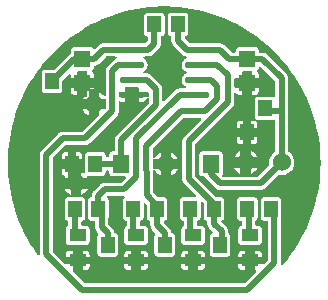
<source format=gtl>
G04 Layer: TopLayer*
G04 EasyEDA v6.5.34, 2023-09-03 14:00:07*
G04 0d370e9aff9448ea9080f85309a0253c,ed70181f279245e6aff80281ee7dc86a,10*
G04 Gerber Generator version 0.2*
G04 Scale: 100 percent, Rotated: No, Reflected: No *
G04 Dimensions in millimeters *
G04 leading zeros omitted , absolute positions ,4 integer and 5 decimal *
%FSLAX45Y45*%
%MOMM*%

%AMMACRO1*21,1,$1,$2,0,0,$3*%
%ADD10C,0.5000*%
%ADD11MACRO1,1.377X1.1325X90.0000*%
%ADD12O,2.0450048X0.58801*%
%ADD13MACRO1,1.35X1.41X0.0000*%
%ADD14R,1.3500X1.4100*%
%ADD15R,1.3970X1.0160*%
%ADD16R,1.4000X1.5000*%
%ADD17C,1.5240*%
%ADD18C,0.0132*%

%LPD*%
G36*
X4332478Y3979824D02*
G01*
X4328617Y3980586D01*
X4325315Y3982770D01*
X4228947Y4079189D01*
X4226712Y4082491D01*
X4225950Y4086351D01*
X4225950Y4141419D01*
X4170883Y4141419D01*
X4166971Y4142232D01*
X4163669Y4144416D01*
X4058970Y4249115D01*
X4056786Y4252417D01*
X4056024Y4256278D01*
X4056024Y5040122D01*
X4056786Y5043982D01*
X4058970Y5047284D01*
X4160215Y5148529D01*
X4163517Y5150713D01*
X4167378Y5151475D01*
X4330496Y5151475D01*
X4335526Y5151729D01*
X4340352Y5152339D01*
X4345076Y5153406D01*
X4349699Y5154828D01*
X4354169Y5156708D01*
X4358436Y5158943D01*
X4362551Y5161534D01*
X4366361Y5164480D01*
X4370120Y5167884D01*
X4598416Y5396179D01*
X4601819Y5399938D01*
X4604766Y5403748D01*
X4607356Y5407863D01*
X4609592Y5412130D01*
X4611471Y5416600D01*
X4612894Y5421223D01*
X4613960Y5425948D01*
X4614570Y5430774D01*
X4614824Y5435803D01*
X4614824Y5511647D01*
X4615586Y5515559D01*
X4617821Y5518912D01*
X4621174Y5521096D01*
X4625136Y5521807D01*
X4629048Y5520944D01*
X4634280Y5518658D01*
X4643831Y5516219D01*
X4654143Y5515406D01*
X4669078Y5515406D01*
X4669078Y5554268D01*
X4624984Y5554268D01*
X4621072Y5555030D01*
X4617770Y5557215D01*
X4615586Y5560517D01*
X4614824Y5564428D01*
X4614824Y5586171D01*
X4615586Y5590082D01*
X4617770Y5593384D01*
X4621072Y5595569D01*
X4624984Y5596331D01*
X4669078Y5596331D01*
X4669078Y5632246D01*
X4669840Y5636107D01*
X4672025Y5639409D01*
X4675327Y5641594D01*
X4679238Y5642406D01*
X4773879Y5642406D01*
X4777740Y5641594D01*
X4781042Y5639409D01*
X4783226Y5636107D01*
X4784039Y5632246D01*
X4784039Y5596331D01*
X4861915Y5596331D01*
X4865827Y5595569D01*
X4869129Y5593384D01*
X4871313Y5590082D01*
X4872075Y5586171D01*
X4872075Y5564428D01*
X4871313Y5560517D01*
X4869129Y5557215D01*
X4865827Y5555030D01*
X4861915Y5554268D01*
X4784039Y5554268D01*
X4784039Y5515406D01*
X4798974Y5515406D01*
X4809236Y5516219D01*
X4818837Y5518658D01*
X4827879Y5522620D01*
X4836160Y5528056D01*
X4843424Y5534761D01*
X4849520Y5542534D01*
X4852974Y5548985D01*
X4855921Y5552338D01*
X4859985Y5554116D01*
X4864404Y5553964D01*
X4868367Y5551982D01*
X4871110Y5548477D01*
X4872075Y5544159D01*
X4872075Y5513578D01*
X4871313Y5509717D01*
X4869129Y5506415D01*
X4597400Y5234736D01*
X4593996Y5230977D01*
X4591050Y5227167D01*
X4588459Y5223052D01*
X4586224Y5218785D01*
X4584344Y5214315D01*
X4582922Y5209692D01*
X4581855Y5204968D01*
X4581245Y5200142D01*
X4580991Y5195112D01*
X4580991Y5106771D01*
X4580229Y5102860D01*
X4578045Y5099558D01*
X4574743Y5097373D01*
X4570831Y5096611D01*
X4567021Y5096611D01*
X4560570Y5095951D01*
X4554829Y5094224D01*
X4549597Y5091430D01*
X4544974Y5087620D01*
X4541164Y5082997D01*
X4538370Y5077764D01*
X4536643Y5072024D01*
X4535982Y5065572D01*
X4535982Y5056784D01*
X4535220Y5052872D01*
X4533036Y5049570D01*
X4529734Y5047386D01*
X4525822Y5046624D01*
X4515307Y5046624D01*
X4511395Y5047386D01*
X4508093Y5049570D01*
X4505909Y5052872D01*
X4505147Y5056784D01*
X4505147Y5059426D01*
X4504486Y5065877D01*
X4502759Y5071618D01*
X4499965Y5076850D01*
X4496155Y5081473D01*
X4491532Y5085283D01*
X4486300Y5088077D01*
X4480560Y5089804D01*
X4474108Y5090464D01*
X4361891Y5090464D01*
X4355439Y5089804D01*
X4349699Y5088077D01*
X4344466Y5085283D01*
X4339844Y5081473D01*
X4336034Y5076850D01*
X4333240Y5071618D01*
X4331512Y5065877D01*
X4330852Y5059426D01*
X4330852Y4922266D01*
X4329938Y4918049D01*
X4327398Y4914595D01*
X4323638Y4912512D01*
X4319371Y4912156D01*
X4315307Y4913630D01*
X4309922Y4917033D01*
X4307332Y4919268D01*
X4305706Y4922266D01*
X4305147Y4925618D01*
X4305147Y4950307D01*
X4279341Y4950307D01*
X4288028Y4948529D01*
X4292041Y4947158D01*
X4295648Y4945024D01*
X4298086Y4941620D01*
X4298950Y4937506D01*
X4298950Y4870450D01*
X4351274Y4870450D01*
X4347768Y4877511D01*
X4346752Y4881676D01*
X4347514Y4885893D01*
X4349953Y4889449D01*
X4353610Y4891633D01*
X4357878Y4892141D01*
X4361891Y4891735D01*
X4474108Y4891735D01*
X4480560Y4892395D01*
X4486300Y4894122D01*
X4491532Y4896916D01*
X4496155Y4900726D01*
X4499965Y4905349D01*
X4502759Y4910582D01*
X4504486Y4916322D01*
X4505147Y4922723D01*
X4505147Y4925415D01*
X4505909Y4929327D01*
X4508093Y4932629D01*
X4511395Y4934813D01*
X4515307Y4935575D01*
X4525822Y4935575D01*
X4529734Y4934813D01*
X4533036Y4932629D01*
X4535220Y4929327D01*
X4535982Y4925415D01*
X4535982Y4916576D01*
X4536643Y4910175D01*
X4538370Y4904435D01*
X4541164Y4899152D01*
X4544974Y4894580D01*
X4549597Y4890770D01*
X4554829Y4887976D01*
X4560570Y4886198D01*
X4567021Y4885588D01*
X4668266Y4885588D01*
X4672126Y4884826D01*
X4675428Y4882591D01*
X4677664Y4879340D01*
X4678426Y4875428D01*
X4677664Y4871516D01*
X4675428Y4868265D01*
X4640884Y4833670D01*
X4637582Y4831486D01*
X4633722Y4830724D01*
X4496003Y4830724D01*
X4490974Y4830470D01*
X4486148Y4829860D01*
X4481423Y4828794D01*
X4476800Y4827371D01*
X4472330Y4825492D01*
X4468063Y4823256D01*
X4463948Y4820666D01*
X4460138Y4817719D01*
X4456379Y4814316D01*
X4404360Y4762296D01*
X4400956Y4758537D01*
X4398010Y4754727D01*
X4395419Y4750612D01*
X4393184Y4746345D01*
X4391304Y4741875D01*
X4389882Y4737252D01*
X4388815Y4732528D01*
X4388205Y4727803D01*
X4387951Y4718253D01*
X4386986Y4714189D01*
X4384446Y4710836D01*
X4380738Y4708804D01*
X4375099Y4707077D01*
X4369866Y4704283D01*
X4365244Y4700473D01*
X4361434Y4695850D01*
X4358640Y4690618D01*
X4356912Y4684877D01*
X4356252Y4678426D01*
X4356252Y4541723D01*
X4356912Y4535322D01*
X4358640Y4529582D01*
X4361434Y4524349D01*
X4365244Y4519726D01*
X4369866Y4515916D01*
X4375099Y4513122D01*
X4380839Y4511395D01*
X4387291Y4510735D01*
X4404715Y4510735D01*
X4408627Y4509973D01*
X4411929Y4507788D01*
X4414113Y4504486D01*
X4414875Y4500575D01*
X4414875Y4457903D01*
X4415129Y4452874D01*
X4415739Y4448048D01*
X4416806Y4443323D01*
X4418228Y4438700D01*
X4420108Y4434230D01*
X4422343Y4429963D01*
X4424934Y4425848D01*
X4427880Y4422038D01*
X4431284Y4418279D01*
X4441444Y4408170D01*
X4443526Y4405122D01*
X4444390Y4401464D01*
X4443882Y4397806D01*
X4442104Y4394555D01*
X4439259Y4391050D01*
X4436414Y4385818D01*
X4434687Y4380077D01*
X4434078Y4373626D01*
X4434078Y4236923D01*
X4434687Y4230522D01*
X4436414Y4224782D01*
X4439259Y4219549D01*
X4443018Y4214926D01*
X4447641Y4211116D01*
X4452924Y4208322D01*
X4458614Y4206595D01*
X4465066Y4205935D01*
X4577334Y4205935D01*
X4583785Y4206595D01*
X4589475Y4208322D01*
X4594758Y4211116D01*
X4599381Y4214926D01*
X4603140Y4219549D01*
X4605985Y4224782D01*
X4607712Y4230522D01*
X4608322Y4236923D01*
X4608322Y4373626D01*
X4607712Y4380077D01*
X4605985Y4385818D01*
X4603140Y4391050D01*
X4599381Y4395673D01*
X4594758Y4399483D01*
X4589475Y4402277D01*
X4583430Y4404106D01*
X4580026Y4405934D01*
X4577486Y4408932D01*
X4576318Y4412640D01*
X4575860Y4416602D01*
X4574794Y4421276D01*
X4573371Y4425899D01*
X4571492Y4430369D01*
X4569256Y4434636D01*
X4566666Y4438751D01*
X4563719Y4442561D01*
X4560316Y4446320D01*
X4528870Y4477715D01*
X4526686Y4481017D01*
X4525924Y4484878D01*
X4525924Y4522825D01*
X4526229Y4525264D01*
X4528159Y4529582D01*
X4529886Y4535322D01*
X4530547Y4541723D01*
X4530547Y4678426D01*
X4529886Y4684877D01*
X4528159Y4690618D01*
X4525365Y4695850D01*
X4521555Y4700473D01*
X4520133Y4701692D01*
X4517542Y4704892D01*
X4516424Y4708855D01*
X4516983Y4712970D01*
X4519168Y4716475D01*
X4522520Y4718862D01*
X4526584Y4719675D01*
X4655515Y4719675D01*
X4659579Y4718862D01*
X4662932Y4716475D01*
X4665116Y4712970D01*
X4665675Y4708855D01*
X4664557Y4704892D01*
X4661966Y4701692D01*
X4660544Y4700473D01*
X4656734Y4695850D01*
X4653940Y4690618D01*
X4652213Y4684877D01*
X4651552Y4678426D01*
X4651552Y4541723D01*
X4652213Y4535322D01*
X4653940Y4529582D01*
X4656734Y4524349D01*
X4660544Y4519726D01*
X4665167Y4515916D01*
X4670399Y4513122D01*
X4675987Y4511395D01*
X4679746Y4509312D01*
X4682286Y4505909D01*
X4683201Y4501692D01*
X4683201Y4472736D01*
X4682540Y4469180D01*
X4680661Y4466031D01*
X4677816Y4463796D01*
X4675733Y4462678D01*
X4671161Y4458868D01*
X4667351Y4454296D01*
X4664557Y4449013D01*
X4662779Y4443272D01*
X4662170Y4436872D01*
X4662170Y4336237D01*
X4662779Y4329836D01*
X4664557Y4324096D01*
X4667351Y4318812D01*
X4671161Y4314240D01*
X4675733Y4310430D01*
X4681016Y4307636D01*
X4686757Y4305858D01*
X4693158Y4305249D01*
X4831892Y4305249D01*
X4838293Y4305858D01*
X4844034Y4307636D01*
X4849317Y4310430D01*
X4853889Y4314240D01*
X4857699Y4318812D01*
X4860493Y4324096D01*
X4862271Y4329836D01*
X4862880Y4336237D01*
X4862880Y4436872D01*
X4862271Y4443272D01*
X4860493Y4449013D01*
X4857699Y4454296D01*
X4853889Y4458868D01*
X4849317Y4462678D01*
X4844034Y4465472D01*
X4838293Y4467250D01*
X4831892Y4467860D01*
X4804359Y4467860D01*
X4800498Y4468622D01*
X4797196Y4470857D01*
X4794961Y4474159D01*
X4794199Y4478020D01*
X4794199Y4501692D01*
X4795113Y4505909D01*
X4797653Y4509363D01*
X4801412Y4511446D01*
X4807000Y4513122D01*
X4812233Y4515916D01*
X4816856Y4519726D01*
X4820666Y4524349D01*
X4823460Y4529582D01*
X4825187Y4535322D01*
X4825847Y4541723D01*
X4825847Y4646930D01*
X4826609Y4650841D01*
X4828794Y4654143D01*
X4832096Y4656328D01*
X4836007Y4657090D01*
X4839868Y4656328D01*
X4843170Y4654143D01*
X4848606Y4648708D01*
X4850790Y4645406D01*
X4851552Y4641545D01*
X4851552Y4541723D01*
X4852212Y4535322D01*
X4853940Y4529582D01*
X4856734Y4524349D01*
X4860544Y4519726D01*
X4865166Y4515916D01*
X4870399Y4513122D01*
X4876038Y4511395D01*
X4879797Y4509312D01*
X4882388Y4505858D01*
X4883251Y4501692D01*
X4883251Y4472127D01*
X4883505Y4467098D01*
X4884115Y4462272D01*
X4885182Y4457547D01*
X4886604Y4452924D01*
X4888484Y4448454D01*
X4890719Y4444187D01*
X4893310Y4440072D01*
X4896256Y4436262D01*
X4899660Y4432503D01*
X4924044Y4408170D01*
X4926126Y4405122D01*
X4926990Y4401464D01*
X4926482Y4397806D01*
X4924704Y4394555D01*
X4921859Y4391050D01*
X4919014Y4385818D01*
X4917287Y4380077D01*
X4916678Y4373626D01*
X4916678Y4236923D01*
X4917287Y4230522D01*
X4919014Y4224782D01*
X4921859Y4219549D01*
X4925618Y4214926D01*
X4930241Y4211116D01*
X4935524Y4208322D01*
X4941214Y4206595D01*
X4947666Y4205935D01*
X5059934Y4205935D01*
X5066385Y4206595D01*
X5072075Y4208322D01*
X5077358Y4211116D01*
X5081981Y4214926D01*
X5085740Y4219549D01*
X5088585Y4224782D01*
X5090312Y4230522D01*
X5090922Y4236923D01*
X5090922Y4373626D01*
X5090312Y4380077D01*
X5088585Y4385818D01*
X5085740Y4391050D01*
X5081981Y4395673D01*
X5077358Y4399483D01*
X5072075Y4402277D01*
X5066030Y4404106D01*
X5062626Y4405934D01*
X5060086Y4408932D01*
X5058918Y4412640D01*
X5058460Y4416602D01*
X5057394Y4421276D01*
X5055971Y4425899D01*
X5054092Y4430369D01*
X5051856Y4434636D01*
X5049266Y4438751D01*
X5046319Y4442561D01*
X5042916Y4446320D01*
X4997246Y4491939D01*
X4995062Y4495241D01*
X4994300Y4499102D01*
X4994300Y4501743D01*
X4995214Y4505909D01*
X4997754Y4509363D01*
X5001514Y4511446D01*
X5007000Y4513122D01*
X5012232Y4515916D01*
X5016855Y4519726D01*
X5020665Y4524349D01*
X5023459Y4529582D01*
X5025186Y4535322D01*
X5025847Y4541723D01*
X5025847Y4678426D01*
X5025186Y4684877D01*
X5023459Y4690618D01*
X5020665Y4695850D01*
X5016855Y4700473D01*
X5012232Y4704283D01*
X5007000Y4707077D01*
X5001260Y4708804D01*
X4994808Y4709464D01*
X4949037Y4709464D01*
X4945176Y4710226D01*
X4941874Y4712411D01*
X4909769Y4744516D01*
X4907584Y4747818D01*
X4906822Y4751679D01*
X4906162Y4931105D01*
X4907026Y4935270D01*
X4909616Y4938776D01*
X4913325Y4940858D01*
X4917643Y4941214D01*
X4921656Y4939741D01*
X4924755Y4936794D01*
X4931867Y4926177D01*
X4941062Y4915662D01*
X4951577Y4906467D01*
X4963160Y4898694D01*
X4972050Y4894326D01*
X4972050Y4946650D01*
X4916220Y4946650D01*
X4912360Y4947412D01*
X4909058Y4949596D01*
X4906822Y4952898D01*
X4906060Y4956759D01*
X4905806Y5025339D01*
X4906568Y5029250D01*
X4908753Y5032552D01*
X4912055Y5034788D01*
X4915966Y5035550D01*
X4972050Y5035550D01*
X4972050Y5087874D01*
X4963160Y5083505D01*
X4951577Y5075732D01*
X4941062Y5066538D01*
X4931867Y5056022D01*
X4924348Y5044795D01*
X4921250Y5041798D01*
X4917236Y5040325D01*
X4912969Y5040680D01*
X4909210Y5042763D01*
X4906619Y5046218D01*
X4905705Y5050383D01*
X4905502Y5116271D01*
X4906264Y5120182D01*
X4908499Y5123484D01*
X5163413Y5377129D01*
X5166715Y5379313D01*
X5170576Y5380075D01*
X5302453Y5380075D01*
X5306364Y5379313D01*
X5309666Y5377129D01*
X5311851Y5373827D01*
X5312613Y5369915D01*
X5311851Y5366054D01*
X5309666Y5362752D01*
X5167884Y5221020D01*
X5164480Y5217261D01*
X5161534Y5213451D01*
X5158943Y5209336D01*
X5156708Y5205069D01*
X5154828Y5200599D01*
X5153406Y5195976D01*
X5152339Y5191252D01*
X5151729Y5186426D01*
X5151475Y5181396D01*
X5151475Y4864303D01*
X5151729Y4859274D01*
X5152339Y4854448D01*
X5153406Y4849723D01*
X5154828Y4845100D01*
X5156708Y4840630D01*
X5158943Y4836363D01*
X5161534Y4832248D01*
X5164480Y4828438D01*
X5167884Y4824679D01*
X5265775Y4726787D01*
X5268010Y4723485D01*
X5268772Y4719624D01*
X5268010Y4715713D01*
X5265775Y4712411D01*
X5262524Y4710226D01*
X5258612Y4709464D01*
X5165191Y4709464D01*
X5158740Y4708804D01*
X5152999Y4707077D01*
X5147767Y4704283D01*
X5143144Y4700473D01*
X5139334Y4695850D01*
X5136540Y4690618D01*
X5134813Y4684877D01*
X5134152Y4678426D01*
X5134152Y4541723D01*
X5134813Y4535322D01*
X5136540Y4529582D01*
X5139334Y4524349D01*
X5143144Y4519726D01*
X5147767Y4515916D01*
X5152999Y4513122D01*
X5158587Y4511395D01*
X5162346Y4509312D01*
X5164886Y4505909D01*
X5165801Y4501692D01*
X5165801Y4472736D01*
X5165140Y4469180D01*
X5163261Y4466031D01*
X5160416Y4463796D01*
X5158333Y4462678D01*
X5153761Y4458868D01*
X5149951Y4454296D01*
X5147157Y4449013D01*
X5145379Y4443272D01*
X5144770Y4436872D01*
X5144770Y4336237D01*
X5145379Y4329836D01*
X5147157Y4324096D01*
X5149951Y4318812D01*
X5153761Y4314240D01*
X5158333Y4310430D01*
X5163616Y4307636D01*
X5169357Y4305858D01*
X5175758Y4305249D01*
X5314492Y4305249D01*
X5320893Y4305858D01*
X5326634Y4307636D01*
X5331917Y4310430D01*
X5336489Y4314240D01*
X5340299Y4318812D01*
X5343093Y4324096D01*
X5344871Y4329836D01*
X5345480Y4336237D01*
X5345480Y4436872D01*
X5344871Y4443272D01*
X5343093Y4449013D01*
X5340299Y4454296D01*
X5336489Y4458868D01*
X5331917Y4462678D01*
X5326634Y4465472D01*
X5320893Y4467250D01*
X5314492Y4467860D01*
X5286959Y4467860D01*
X5283098Y4468622D01*
X5279796Y4470857D01*
X5277561Y4474159D01*
X5276799Y4478020D01*
X5276799Y4501692D01*
X5277713Y4505909D01*
X5280253Y4509363D01*
X5284012Y4511446D01*
X5289600Y4513122D01*
X5294833Y4515916D01*
X5299456Y4519726D01*
X5303266Y4524349D01*
X5306060Y4529582D01*
X5307787Y4535322D01*
X5308447Y4541723D01*
X5308447Y4659630D01*
X5309209Y4663541D01*
X5311394Y4666843D01*
X5314696Y4669028D01*
X5318607Y4669790D01*
X5322468Y4669028D01*
X5325770Y4666843D01*
X5331206Y4661408D01*
X5333390Y4658106D01*
X5334152Y4654245D01*
X5334152Y4541723D01*
X5334812Y4535322D01*
X5336540Y4529582D01*
X5339334Y4524349D01*
X5343144Y4519726D01*
X5347766Y4515916D01*
X5352999Y4513122D01*
X5358638Y4511395D01*
X5362397Y4509312D01*
X5364988Y4505858D01*
X5365851Y4501692D01*
X5365851Y4484827D01*
X5366105Y4479798D01*
X5366715Y4474972D01*
X5367782Y4470247D01*
X5369204Y4465624D01*
X5371084Y4461154D01*
X5373319Y4456887D01*
X5375910Y4452772D01*
X5378856Y4448962D01*
X5382260Y4445203D01*
X5408625Y4418888D01*
X5410758Y4415739D01*
X5411622Y4412081D01*
X5411063Y4408373D01*
X5409184Y4405071D01*
X5406237Y4402734D01*
X5400141Y4399483D01*
X5395518Y4395673D01*
X5391759Y4391050D01*
X5388914Y4385818D01*
X5387187Y4380077D01*
X5386578Y4373626D01*
X5386578Y4236923D01*
X5387187Y4230522D01*
X5388914Y4224782D01*
X5391759Y4219549D01*
X5395518Y4214926D01*
X5400141Y4211116D01*
X5405424Y4208322D01*
X5411114Y4206595D01*
X5417566Y4205935D01*
X5529834Y4205935D01*
X5536285Y4206595D01*
X5541975Y4208322D01*
X5547258Y4211116D01*
X5551881Y4214926D01*
X5555640Y4219549D01*
X5558485Y4224782D01*
X5560212Y4230522D01*
X5560822Y4236923D01*
X5560822Y4373626D01*
X5560212Y4380077D01*
X5558485Y4385818D01*
X5555640Y4391050D01*
X5551881Y4395673D01*
X5544413Y4401718D01*
X5542534Y4404868D01*
X5541924Y4408424D01*
X5541924Y4419396D01*
X5541670Y4424426D01*
X5541060Y4429252D01*
X5539994Y4433976D01*
X5538571Y4438599D01*
X5536692Y4443069D01*
X5534456Y4447336D01*
X5531866Y4451451D01*
X5528919Y4455261D01*
X5525516Y4459020D01*
X5487416Y4497070D01*
X5485282Y4500219D01*
X5484469Y4503877D01*
X5484977Y4507585D01*
X5486857Y4510887D01*
X5489803Y4513224D01*
X5494832Y4515916D01*
X5499455Y4519726D01*
X5503265Y4524349D01*
X5506059Y4529582D01*
X5507786Y4535322D01*
X5508447Y4541723D01*
X5508447Y4678426D01*
X5507786Y4684877D01*
X5506059Y4690618D01*
X5503265Y4695850D01*
X5499455Y4700473D01*
X5494832Y4704283D01*
X5489600Y4707077D01*
X5483860Y4708804D01*
X5477408Y4709464D01*
X5444337Y4709464D01*
X5440476Y4710226D01*
X5437174Y4712411D01*
X5265470Y4884115D01*
X5263286Y4887417D01*
X5262524Y4891278D01*
X5262524Y5154422D01*
X5263286Y5158282D01*
X5265470Y5161584D01*
X5576316Y5472379D01*
X5579719Y5476138D01*
X5582666Y5479948D01*
X5585256Y5484063D01*
X5587492Y5488330D01*
X5589371Y5492800D01*
X5590794Y5497423D01*
X5591860Y5502148D01*
X5592470Y5506974D01*
X5592724Y5512003D01*
X5592724Y5583123D01*
X5593537Y5587136D01*
X5595924Y5590540D01*
X5599430Y5592673D01*
X5603544Y5593232D01*
X5607507Y5592165D01*
X5610707Y5589574D01*
X5613247Y5586476D01*
X5617870Y5582666D01*
X5623153Y5579872D01*
X5628843Y5578144D01*
X5635294Y5577484D01*
X5662218Y5577484D01*
X5662218Y5636920D01*
X5602884Y5636920D01*
X5598972Y5637682D01*
X5595670Y5639866D01*
X5593486Y5643168D01*
X5592724Y5647080D01*
X5592724Y5709920D01*
X5593486Y5713831D01*
X5595670Y5717133D01*
X5598972Y5719318D01*
X5602884Y5720080D01*
X5662218Y5720080D01*
X5662218Y5767324D01*
X5662980Y5771235D01*
X5665165Y5774537D01*
X5668467Y5776722D01*
X5672378Y5777484D01*
X5732221Y5777484D01*
X5736132Y5776722D01*
X5739434Y5774537D01*
X5741619Y5771235D01*
X5742381Y5767324D01*
X5742381Y5720080D01*
X5800293Y5720080D01*
X5800293Y5748477D01*
X5799683Y5754928D01*
X5797956Y5760669D01*
X5795111Y5765901D01*
X5788456Y5774131D01*
X5787491Y5778500D01*
X5788456Y5782868D01*
X5795111Y5791098D01*
X5797956Y5796330D01*
X5799683Y5802071D01*
X5800191Y5807252D01*
X5801258Y5810859D01*
X5803595Y5813856D01*
X5806897Y5815787D01*
X5810605Y5816396D01*
X5814314Y5815584D01*
X5817463Y5813399D01*
X5935929Y5694984D01*
X5938113Y5691682D01*
X5938875Y5687822D01*
X5938875Y5566460D01*
X5938062Y5562346D01*
X5935624Y5558993D01*
X5932068Y5556859D01*
X5927953Y5556300D01*
X5917285Y5559704D01*
X5910834Y5560364D01*
X5798566Y5560364D01*
X5792114Y5559704D01*
X5786424Y5557977D01*
X5781141Y5555183D01*
X5776518Y5551373D01*
X5772759Y5546750D01*
X5769914Y5541518D01*
X5768187Y5535777D01*
X5767578Y5529326D01*
X5767578Y5392623D01*
X5768187Y5386222D01*
X5769914Y5380482D01*
X5772759Y5375249D01*
X5774588Y5373014D01*
X5776468Y5369509D01*
X5776823Y5365546D01*
X5775706Y5361736D01*
X5773166Y5358688D01*
X5769660Y5356809D01*
X5765749Y5356453D01*
X5758434Y5357164D01*
X5736945Y5357164D01*
X5736945Y5298592D01*
X5789422Y5298592D01*
X5789422Y5326126D01*
X5788812Y5332577D01*
X5787085Y5338318D01*
X5784240Y5343550D01*
X5782411Y5345785D01*
X5780532Y5349290D01*
X5780176Y5353253D01*
X5781344Y5357063D01*
X5783834Y5360111D01*
X5787339Y5361990D01*
X5791250Y5362346D01*
X5798566Y5361635D01*
X5910834Y5361635D01*
X5917285Y5362295D01*
X5927953Y5365699D01*
X5932068Y5365140D01*
X5935624Y5363006D01*
X5938062Y5359654D01*
X5938875Y5355539D01*
X5938875Y5100167D01*
X5938367Y5096916D01*
X5936792Y5093970D01*
X5934354Y5091734D01*
X5929477Y5088432D01*
X5918962Y5079238D01*
X5909767Y5068722D01*
X5901994Y5057140D01*
X5895848Y5044643D01*
X5891326Y5031435D01*
X5888634Y5017719D01*
X5887720Y5003800D01*
X5888634Y4989880D01*
X5889802Y4984089D01*
X5889904Y4980736D01*
X5888939Y4977587D01*
X5887008Y4974894D01*
X5796584Y4884470D01*
X5793282Y4882286D01*
X5789422Y4881524D01*
X5500878Y4881524D01*
X5497017Y4882286D01*
X5492546Y4885639D01*
X5490464Y4888687D01*
X5489600Y4892243D01*
X5490057Y4895900D01*
X5494629Y4904435D01*
X5496356Y4910175D01*
X5497017Y4916576D01*
X5497017Y5065572D01*
X5496356Y5072024D01*
X5494629Y5077764D01*
X5491835Y5082997D01*
X5488025Y5087620D01*
X5483402Y5091430D01*
X5478170Y5094224D01*
X5472430Y5095951D01*
X5465978Y5096611D01*
X5326989Y5096611D01*
X5320538Y5095951D01*
X5314848Y5094224D01*
X5309565Y5091430D01*
X5304942Y5087620D01*
X5301183Y5082997D01*
X5298338Y5077764D01*
X5296611Y5072024D01*
X5296001Y5065572D01*
X5296001Y4916576D01*
X5296611Y4910175D01*
X5298338Y4904435D01*
X5301183Y4899152D01*
X5304942Y4894580D01*
X5309565Y4890770D01*
X5314848Y4887976D01*
X5320538Y4886198D01*
X5326989Y4885588D01*
X5336997Y4885588D01*
X5340604Y4884928D01*
X5343753Y4882997D01*
X5345988Y4880102D01*
X5348427Y4875479D01*
X5351018Y4871364D01*
X5353964Y4867554D01*
X5357368Y4863795D01*
X5434279Y4786884D01*
X5438038Y4783480D01*
X5441848Y4780534D01*
X5445963Y4777943D01*
X5450230Y4775708D01*
X5454700Y4773828D01*
X5459323Y4772406D01*
X5464048Y4771339D01*
X5468874Y4770729D01*
X5473903Y4770475D01*
X5816396Y4770475D01*
X5821426Y4770729D01*
X5826252Y4771339D01*
X5830976Y4772406D01*
X5835599Y4773828D01*
X5840069Y4775708D01*
X5844336Y4777943D01*
X5848451Y4780534D01*
X5852261Y4783480D01*
X5856020Y4786884D01*
X5965494Y4896408D01*
X5968187Y4898339D01*
X5971336Y4899304D01*
X5974689Y4899202D01*
X5980480Y4898034D01*
X5994400Y4897120D01*
X6008319Y4898034D01*
X6022035Y4900726D01*
X6035243Y4905248D01*
X6047740Y4911394D01*
X6059322Y4919167D01*
X6069838Y4928362D01*
X6079032Y4938877D01*
X6086805Y4950460D01*
X6092952Y4962956D01*
X6097473Y4976164D01*
X6100165Y4989880D01*
X6101080Y5003800D01*
X6100165Y5017719D01*
X6097473Y5031435D01*
X6092952Y5044643D01*
X6086805Y5057140D01*
X6079032Y5068722D01*
X6069838Y5079238D01*
X6059322Y5088432D01*
X6054445Y5091734D01*
X6052007Y5093970D01*
X6050432Y5096916D01*
X6049924Y5100167D01*
X6049924Y5714796D01*
X6049670Y5719826D01*
X6049060Y5724652D01*
X6047994Y5729376D01*
X6046571Y5733999D01*
X6044692Y5738469D01*
X6042456Y5742736D01*
X6039866Y5746851D01*
X6036919Y5750661D01*
X6033516Y5754420D01*
X5870295Y5917590D01*
X5866587Y5920994D01*
X5862726Y5923940D01*
X5858662Y5926582D01*
X5854344Y5928817D01*
X5849874Y5930646D01*
X5845251Y5932119D01*
X5840526Y5933135D01*
X5835751Y5933795D01*
X5830671Y5933998D01*
X5810453Y5933998D01*
X5806592Y5934760D01*
X5803290Y5936996D01*
X5801106Y5940298D01*
X5800293Y5944158D01*
X5800293Y5948527D01*
X5799683Y5954928D01*
X5797956Y5960668D01*
X5795111Y5965901D01*
X5791352Y5970524D01*
X5786729Y5974334D01*
X5781446Y5977128D01*
X5775756Y5978855D01*
X5769305Y5979515D01*
X5635294Y5979515D01*
X5628843Y5978855D01*
X5623153Y5977128D01*
X5617870Y5974334D01*
X5613247Y5970524D01*
X5609488Y5965901D01*
X5606643Y5960668D01*
X5604916Y5954928D01*
X5604306Y5948527D01*
X5604306Y5944158D01*
X5603494Y5940298D01*
X5601309Y5936996D01*
X5598007Y5934760D01*
X5594146Y5933998D01*
X5578703Y5933998D01*
X5574792Y5934760D01*
X5571540Y5936996D01*
X5513120Y5995416D01*
X5509361Y5998819D01*
X5505551Y6001766D01*
X5501436Y6004356D01*
X5497169Y6006592D01*
X5492699Y6008471D01*
X5488076Y6009894D01*
X5483352Y6010960D01*
X5478526Y6011570D01*
X5473496Y6011824D01*
X5378043Y6011824D01*
X5363768Y6015380D01*
X5353456Y6016193D01*
X5217109Y6016193D01*
X5213197Y6017006D01*
X5209895Y6019190D01*
X5174996Y6054140D01*
X5172760Y6057392D01*
X5171998Y6061303D01*
X5171998Y6063792D01*
X5172913Y6068009D01*
X5175453Y6071412D01*
X5179212Y6073495D01*
X5184800Y6075222D01*
X5190032Y6078016D01*
X5194655Y6081826D01*
X5198465Y6086449D01*
X5201259Y6091682D01*
X5202986Y6097422D01*
X5203647Y6103823D01*
X5203647Y6240526D01*
X5202986Y6246977D01*
X5201259Y6252718D01*
X5198465Y6257950D01*
X5194655Y6262573D01*
X5190032Y6266383D01*
X5184800Y6269177D01*
X5179060Y6270904D01*
X5172608Y6271564D01*
X5060391Y6271564D01*
X5053939Y6270904D01*
X5048199Y6269177D01*
X5042966Y6266383D01*
X5038344Y6262573D01*
X5034534Y6257950D01*
X5031740Y6252718D01*
X5030012Y6246977D01*
X5029352Y6240526D01*
X5029352Y6103823D01*
X5030012Y6097422D01*
X5031740Y6091682D01*
X5034534Y6086449D01*
X5038344Y6081826D01*
X5042966Y6078016D01*
X5048199Y6075222D01*
X5053787Y6073546D01*
X5057546Y6071463D01*
X5060086Y6068009D01*
X5061000Y6063792D01*
X5061000Y6034328D01*
X5061204Y6029248D01*
X5061864Y6024473D01*
X5062880Y6019749D01*
X5064353Y6015126D01*
X5066182Y6010656D01*
X5068417Y6006338D01*
X5071059Y6002274D01*
X5074005Y5998413D01*
X5077409Y5994704D01*
X5154879Y5917184D01*
X5158638Y5913780D01*
X5162448Y5910834D01*
X5166563Y5908243D01*
X5170830Y5906008D01*
X5175199Y5904179D01*
X5181498Y5902401D01*
X5185156Y5900470D01*
X5187746Y5897270D01*
X5188864Y5893308D01*
X5188305Y5889244D01*
X5186172Y5885688D01*
X5182819Y5883300D01*
X5179720Y5881979D01*
X5171440Y5876544D01*
X5164175Y5869838D01*
X5158079Y5862066D01*
X5153355Y5853328D01*
X5150154Y5843981D01*
X5148529Y5834227D01*
X5148529Y5824372D01*
X5150154Y5814618D01*
X5153355Y5805271D01*
X5158079Y5796534D01*
X5164175Y5788761D01*
X5171440Y5782056D01*
X5179720Y5776620D01*
X5183225Y5775096D01*
X5186426Y5772861D01*
X5188559Y5769610D01*
X5189270Y5765800D01*
X5188559Y5761990D01*
X5186426Y5758738D01*
X5183225Y5756503D01*
X5179720Y5754979D01*
X5171440Y5749544D01*
X5164175Y5742838D01*
X5158079Y5735066D01*
X5153355Y5726328D01*
X5150154Y5716981D01*
X5148529Y5707227D01*
X5148529Y5697372D01*
X5150154Y5687618D01*
X5153355Y5678271D01*
X5158079Y5669534D01*
X5164175Y5661761D01*
X5171440Y5655056D01*
X5179974Y5649468D01*
X5182971Y5646420D01*
X5184495Y5642356D01*
X5184140Y5638088D01*
X5182057Y5634278D01*
X5178602Y5631738D01*
X5174386Y5630824D01*
X5131003Y5630824D01*
X5125974Y5630570D01*
X5121148Y5629960D01*
X5116423Y5628894D01*
X5111800Y5627471D01*
X5107330Y5625592D01*
X5103063Y5623356D01*
X5098948Y5620766D01*
X5095138Y5617819D01*
X5091379Y5614416D01*
X5000447Y5523433D01*
X4997145Y5521248D01*
X4993284Y5520486D01*
X4989372Y5521248D01*
X4986070Y5523433D01*
X4983886Y5526735D01*
X4983124Y5530646D01*
X4983124Y5625896D01*
X4982870Y5630926D01*
X4982260Y5635752D01*
X4981194Y5640476D01*
X4979771Y5645099D01*
X4977892Y5649569D01*
X4975656Y5653836D01*
X4973066Y5657951D01*
X4970119Y5661761D01*
X4966716Y5665520D01*
X4890820Y5741416D01*
X4887061Y5744819D01*
X4883251Y5747766D01*
X4879136Y5750356D01*
X4874869Y5752592D01*
X4870399Y5754471D01*
X4865776Y5755894D01*
X4861052Y5756960D01*
X4856226Y5757570D01*
X4851196Y5757824D01*
X4833213Y5757824D01*
X4828997Y5758738D01*
X4825542Y5761278D01*
X4823460Y5765088D01*
X4823104Y5769356D01*
X4824628Y5773420D01*
X4827625Y5776468D01*
X4836160Y5782056D01*
X4843424Y5788761D01*
X4849520Y5796534D01*
X4854244Y5805271D01*
X4857445Y5814618D01*
X4859070Y5824372D01*
X4859070Y5834227D01*
X4857445Y5843981D01*
X4854244Y5853328D01*
X4849520Y5862066D01*
X4843424Y5869838D01*
X4836160Y5876544D01*
X4827625Y5882132D01*
X4824628Y5885180D01*
X4823104Y5889244D01*
X4823460Y5893511D01*
X4825542Y5897321D01*
X4828997Y5899861D01*
X4833213Y5900775D01*
X4863896Y5900775D01*
X4868926Y5901029D01*
X4873752Y5901639D01*
X4878476Y5902706D01*
X4883099Y5904128D01*
X4887569Y5906008D01*
X4891836Y5908243D01*
X4895951Y5910834D01*
X4899761Y5913780D01*
X4903520Y5917184D01*
X4955540Y5969203D01*
X4958943Y5972962D01*
X4961890Y5976772D01*
X4964480Y5980887D01*
X4966716Y5985154D01*
X4968595Y5989624D01*
X4970018Y5994247D01*
X4971084Y5998972D01*
X4971694Y6003798D01*
X4971948Y6008827D01*
X4971948Y6063792D01*
X4972862Y6067958D01*
X4975402Y6071412D01*
X4979162Y6073495D01*
X4984800Y6075222D01*
X4990033Y6078016D01*
X4994656Y6081826D01*
X4998466Y6086449D01*
X5001260Y6091682D01*
X5002987Y6097422D01*
X5003647Y6103823D01*
X5003647Y6240526D01*
X5002987Y6246977D01*
X5001260Y6252718D01*
X4998466Y6257950D01*
X4994656Y6262573D01*
X4990033Y6266383D01*
X4984800Y6269177D01*
X4979060Y6270904D01*
X4972608Y6271564D01*
X4860391Y6271564D01*
X4853940Y6270904D01*
X4848199Y6269177D01*
X4842967Y6266383D01*
X4838344Y6262573D01*
X4834534Y6257950D01*
X4831740Y6252718D01*
X4830013Y6246977D01*
X4829352Y6240526D01*
X4829352Y6103823D01*
X4830013Y6097422D01*
X4831740Y6091682D01*
X4834534Y6086449D01*
X4838344Y6081826D01*
X4842967Y6078016D01*
X4848199Y6075222D01*
X4853686Y6073546D01*
X4857445Y6071463D01*
X4860036Y6068009D01*
X4860899Y6063843D01*
X4860899Y6035802D01*
X4860137Y6031941D01*
X4857953Y6028639D01*
X4844084Y6014770D01*
X4840782Y6012586D01*
X4836922Y6011824D01*
X4823510Y6011824D01*
X4809236Y6015380D01*
X4798974Y6016193D01*
X4654143Y6016193D01*
X4643831Y6015380D01*
X4633671Y6012688D01*
X4629556Y6011824D01*
X4483303Y6011824D01*
X4478274Y6011570D01*
X4473448Y6010960D01*
X4468723Y6009894D01*
X4464100Y6008471D01*
X4459630Y6006592D01*
X4455363Y6004356D01*
X4451248Y6001766D01*
X4447438Y5998819D01*
X4443679Y5995416D01*
X4413300Y5964986D01*
X4409795Y5962700D01*
X4405630Y5962040D01*
X4401566Y5963107D01*
X4398264Y5965748D01*
X4394352Y5970524D01*
X4389729Y5974334D01*
X4384446Y5977128D01*
X4378756Y5978855D01*
X4372305Y5979515D01*
X4238294Y5979515D01*
X4231843Y5978855D01*
X4226153Y5977128D01*
X4220870Y5974334D01*
X4216247Y5970524D01*
X4212488Y5965901D01*
X4209643Y5960668D01*
X4207916Y5954928D01*
X4207306Y5948527D01*
X4207306Y5927953D01*
X4206392Y5923788D01*
X4203903Y5920384D01*
X4200753Y5917539D01*
X4075125Y5791911D01*
X4071823Y5789726D01*
X4067962Y5788964D01*
X3995165Y5788964D01*
X3988714Y5788304D01*
X3983024Y5786577D01*
X3977741Y5783783D01*
X3973118Y5779973D01*
X3969359Y5775350D01*
X3966514Y5770118D01*
X3964787Y5764377D01*
X3964178Y5757926D01*
X3964178Y5621223D01*
X3964787Y5614822D01*
X3966514Y5609082D01*
X3969359Y5603849D01*
X3973118Y5599226D01*
X3977741Y5595416D01*
X3983024Y5592622D01*
X3988714Y5590895D01*
X3995165Y5590235D01*
X4107434Y5590235D01*
X4113885Y5590895D01*
X4119575Y5592622D01*
X4124858Y5595416D01*
X4129481Y5599226D01*
X4133240Y5603849D01*
X4136085Y5609082D01*
X4137812Y5614822D01*
X4138422Y5621223D01*
X4138422Y5694019D01*
X4139234Y5697931D01*
X4141419Y5701233D01*
X4189933Y5749747D01*
X4193235Y5751931D01*
X4197146Y5752744D01*
X4201007Y5751931D01*
X4204309Y5749747D01*
X4206494Y5746445D01*
X4207306Y5742584D01*
X4207306Y5720080D01*
X4265218Y5720080D01*
X4265218Y5767324D01*
X4265980Y5771235D01*
X4268165Y5774537D01*
X4271467Y5776722D01*
X4275378Y5777484D01*
X4335221Y5777484D01*
X4339132Y5776722D01*
X4342434Y5774537D01*
X4344619Y5771235D01*
X4345381Y5767324D01*
X4345381Y5720080D01*
X4403293Y5720080D01*
X4403293Y5748477D01*
X4402683Y5754928D01*
X4400956Y5760669D01*
X4398111Y5765901D01*
X4391456Y5774131D01*
X4390491Y5778500D01*
X4391456Y5782868D01*
X4398111Y5791098D01*
X4400956Y5796330D01*
X4402683Y5802071D01*
X4403293Y5808522D01*
X4403293Y5813501D01*
X4404004Y5817158D01*
X4405934Y5820359D01*
X4408881Y5822594D01*
X4412488Y5823610D01*
X4415078Y5823864D01*
X4419650Y5824880D01*
X4424273Y5826353D01*
X4428744Y5828182D01*
X4433062Y5830417D01*
X4437126Y5833059D01*
X4440986Y5836005D01*
X4444695Y5839409D01*
X4503115Y5897829D01*
X4506417Y5900013D01*
X4510278Y5900775D01*
X4586732Y5900775D01*
X4590643Y5900013D01*
X4593894Y5897829D01*
X4596130Y5894527D01*
X4596892Y5890615D01*
X4596130Y5886754D01*
X4593894Y5883452D01*
X4590643Y5881268D01*
X4586630Y5879592D01*
X4582363Y5877356D01*
X4578248Y5874766D01*
X4574438Y5871819D01*
X4570679Y5868416D01*
X4520184Y5817920D01*
X4516780Y5814161D01*
X4513834Y5810351D01*
X4511243Y5806236D01*
X4509008Y5801969D01*
X4507128Y5797499D01*
X4505706Y5792876D01*
X4504639Y5788152D01*
X4504029Y5783326D01*
X4503775Y5778296D01*
X4503775Y5577078D01*
X4502962Y5573064D01*
X4500676Y5569712D01*
X4497222Y5567578D01*
X4493209Y5566918D01*
X4489246Y5567934D01*
X4485995Y5570372D01*
X4482338Y5574538D01*
X4471822Y5583732D01*
X4460240Y5591505D01*
X4451350Y5595874D01*
X4451350Y5543550D01*
X4493615Y5543550D01*
X4497527Y5542788D01*
X4500829Y5540552D01*
X4503013Y5537301D01*
X4503775Y5533390D01*
X4503775Y5464810D01*
X4503013Y5460898D01*
X4500829Y5457647D01*
X4497527Y5455412D01*
X4493615Y5454650D01*
X4451350Y5454650D01*
X4451350Y5410352D01*
X4450588Y5406491D01*
X4448352Y5403189D01*
X4310684Y5265470D01*
X4307382Y5263286D01*
X4303522Y5262524D01*
X4140403Y5262524D01*
X4135374Y5262270D01*
X4130548Y5261660D01*
X4125823Y5260594D01*
X4121200Y5259171D01*
X4116730Y5257292D01*
X4112463Y5255056D01*
X4108348Y5252466D01*
X4104538Y5249519D01*
X4100779Y5246116D01*
X3961384Y5106720D01*
X3957980Y5102961D01*
X3955034Y5099151D01*
X3952443Y5095036D01*
X3950208Y5090769D01*
X3948328Y5086299D01*
X3946906Y5081676D01*
X3945839Y5076952D01*
X3945229Y5072126D01*
X3944975Y5067096D01*
X3944975Y4230827D01*
X3944112Y4226712D01*
X3941673Y4223308D01*
X3938015Y4221226D01*
X3933850Y4220718D01*
X3929837Y4221988D01*
X3926687Y4224782D01*
X3922674Y4230217D01*
X3893616Y4272534D01*
X3866235Y4316018D01*
X3840581Y4360468D01*
X3816654Y4405934D01*
X3794506Y4452264D01*
X3774186Y4499406D01*
X3755694Y4547311D01*
X3739083Y4595876D01*
X3724351Y4645101D01*
X3711549Y4694834D01*
X3700678Y4745024D01*
X3691788Y4795570D01*
X3684828Y4846472D01*
X3679850Y4897577D01*
X3676904Y4948834D01*
X3675887Y5000193D01*
X3676904Y5051552D01*
X3679901Y5102809D01*
X3684879Y5153914D01*
X3691839Y5204764D01*
X3700729Y5255361D01*
X3711651Y5305552D01*
X3724452Y5355285D01*
X3739184Y5404459D01*
X3755796Y5453024D01*
X3774338Y5500928D01*
X3794658Y5548071D01*
X3816807Y5594400D01*
X3840784Y5639866D01*
X3866438Y5684316D01*
X3893820Y5727750D01*
X3922877Y5770118D01*
X3953560Y5811266D01*
X3985818Y5851245D01*
X4019550Y5889955D01*
X4054805Y5927293D01*
X4091482Y5963259D01*
X4129532Y5997752D01*
X4168851Y6030722D01*
X4209440Y6062218D01*
X4251248Y6092037D01*
X4294124Y6120282D01*
X4338116Y6146800D01*
X4383074Y6171590D01*
X4428947Y6194653D01*
X4475734Y6215888D01*
X4523282Y6235293D01*
X4571542Y6252819D01*
X4620412Y6268516D01*
X4669891Y6282283D01*
X4719878Y6294120D01*
X4770272Y6304026D01*
X4820970Y6311950D01*
X4872024Y6317894D01*
X4923180Y6321856D01*
X4974488Y6323838D01*
X5025847Y6323838D01*
X5077155Y6321856D01*
X5128361Y6317843D01*
X5179364Y6311900D01*
X5230114Y6303924D01*
X5280507Y6294018D01*
X5330444Y6282182D01*
X5379923Y6268415D01*
X5428843Y6252718D01*
X5477103Y6235141D01*
X5524601Y6215735D01*
X5571388Y6194450D01*
X5617260Y6171387D01*
X5662218Y6146596D01*
X5706160Y6120028D01*
X5749086Y6091834D01*
X5790844Y6061964D01*
X5831433Y6030518D01*
X5870752Y5997498D01*
X5908802Y5962954D01*
X5945428Y5926988D01*
X5980684Y5889650D01*
X6014415Y5850940D01*
X6046673Y5810961D01*
X6077305Y5769762D01*
X6106363Y5727446D01*
X6133744Y5683961D01*
X6159398Y5639511D01*
X6183325Y5594045D01*
X6205474Y5547715D01*
X6225794Y5500573D01*
X6244285Y5452668D01*
X6260896Y5404104D01*
X6275628Y5354878D01*
X6288430Y5305145D01*
X6299301Y5254955D01*
X6308191Y5204409D01*
X6315151Y5153507D01*
X6320129Y5102402D01*
X6323076Y5051145D01*
X6324092Y4999786D01*
X6323076Y4948428D01*
X6320078Y4897170D01*
X6315100Y4846066D01*
X6308140Y4795215D01*
X6299250Y4744618D01*
X6288328Y4694428D01*
X6275527Y4644694D01*
X6260795Y4595520D01*
X6244183Y4546955D01*
X6225641Y4499051D01*
X6205321Y4451908D01*
X6183172Y4405579D01*
X6159195Y4360113D01*
X6133541Y4315663D01*
X6106160Y4272229D01*
X6077102Y4229862D01*
X6046419Y4188714D01*
X6014161Y4148734D01*
X6003442Y4136440D01*
X5999988Y4133850D01*
X5995822Y4132935D01*
X5991606Y4133850D01*
X5988151Y4136390D01*
X5986068Y4140149D01*
X5985713Y4144416D01*
X5986170Y4148074D01*
X5986424Y4153103D01*
X5986424Y4522825D01*
X5986729Y4525264D01*
X5988659Y4529582D01*
X5990386Y4535322D01*
X5991047Y4541723D01*
X5991047Y4678426D01*
X5990386Y4684877D01*
X5988659Y4690618D01*
X5985865Y4695850D01*
X5982055Y4700473D01*
X5977432Y4704283D01*
X5972200Y4707077D01*
X5966460Y4708804D01*
X5960008Y4709464D01*
X5847791Y4709464D01*
X5841339Y4708804D01*
X5835599Y4707077D01*
X5830366Y4704283D01*
X5825744Y4700473D01*
X5821934Y4695850D01*
X5819140Y4690618D01*
X5817412Y4684877D01*
X5816752Y4678426D01*
X5816752Y4541723D01*
X5817412Y4535322D01*
X5819140Y4529582D01*
X5821934Y4524349D01*
X5825744Y4519726D01*
X5830366Y4515916D01*
X5835599Y4513122D01*
X5841339Y4511395D01*
X5847791Y4510735D01*
X5865215Y4510735D01*
X5869127Y4509973D01*
X5872429Y4507788D01*
X5874613Y4504486D01*
X5875375Y4500575D01*
X5875375Y4180078D01*
X5874613Y4176217D01*
X5872429Y4172915D01*
X5843930Y4144416D01*
X5840628Y4142232D01*
X5836716Y4141419D01*
X5769000Y4141419D01*
X5769000Y4091635D01*
X5772912Y4089857D01*
X5775756Y4086606D01*
X5776976Y4082440D01*
X5776366Y4078173D01*
X5774029Y4074566D01*
X5682284Y3982770D01*
X5678982Y3980586D01*
X5675122Y3979824D01*
G37*

%LPC*%
G36*
X4803800Y4091889D02*
G01*
X4831892Y4091889D01*
X4838293Y4092498D01*
X4844034Y4094276D01*
X4849317Y4097070D01*
X4853889Y4100880D01*
X4857699Y4105452D01*
X4860493Y4110736D01*
X4862271Y4116476D01*
X4862880Y4122877D01*
X4862880Y4141419D01*
X4803800Y4141419D01*
G37*
G36*
X4693158Y4091889D02*
G01*
X4721250Y4091889D01*
X4721250Y4141419D01*
X4662170Y4141419D01*
X4662170Y4122877D01*
X4662779Y4116476D01*
X4664557Y4110736D01*
X4667351Y4105452D01*
X4671161Y4100880D01*
X4675733Y4097070D01*
X4681016Y4094276D01*
X4686757Y4092498D01*
G37*
G36*
X5286400Y4091889D02*
G01*
X5314492Y4091889D01*
X5320893Y4092498D01*
X5326634Y4094276D01*
X5331917Y4097070D01*
X5336489Y4100880D01*
X5340299Y4105452D01*
X5343093Y4110736D01*
X5344871Y4116476D01*
X5345480Y4122877D01*
X5345480Y4141419D01*
X5286400Y4141419D01*
G37*
G36*
X5175758Y4091889D02*
G01*
X5203850Y4091889D01*
X5203850Y4141419D01*
X5144770Y4141419D01*
X5144770Y4122877D01*
X5145379Y4116476D01*
X5147157Y4110736D01*
X5149951Y4105452D01*
X5153761Y4100880D01*
X5158333Y4097070D01*
X5163616Y4094276D01*
X5169357Y4092498D01*
G37*
G36*
X4308500Y4091889D02*
G01*
X4336592Y4091889D01*
X4342993Y4092498D01*
X4348734Y4094276D01*
X4354017Y4097070D01*
X4358589Y4100880D01*
X4362399Y4105452D01*
X4365193Y4110736D01*
X4366971Y4116476D01*
X4367580Y4122877D01*
X4367580Y4141419D01*
X4308500Y4141419D01*
G37*
G36*
X5658358Y4091889D02*
G01*
X5686450Y4091889D01*
X5686450Y4141419D01*
X5627370Y4141419D01*
X5627370Y4122877D01*
X5627979Y4116476D01*
X5629757Y4110736D01*
X5632551Y4105452D01*
X5636361Y4100880D01*
X5640933Y4097070D01*
X5646216Y4094276D01*
X5651957Y4092498D01*
G37*
G36*
X4166870Y4204919D02*
G01*
X4225950Y4204919D01*
X4225950Y4254500D01*
X4197858Y4254500D01*
X4191457Y4253890D01*
X4185716Y4252112D01*
X4180433Y4249318D01*
X4175861Y4245508D01*
X4172051Y4240936D01*
X4169257Y4235653D01*
X4167479Y4229912D01*
X4166870Y4223512D01*
G37*
G36*
X4308500Y4204919D02*
G01*
X4367580Y4204919D01*
X4367580Y4223512D01*
X4366971Y4229912D01*
X4365193Y4235653D01*
X4362399Y4240936D01*
X4358589Y4245508D01*
X4354017Y4249318D01*
X4348734Y4252112D01*
X4342993Y4253890D01*
X4336592Y4254500D01*
X4308500Y4254500D01*
G37*
G36*
X4803800Y4204919D02*
G01*
X4862880Y4204919D01*
X4862880Y4223512D01*
X4862271Y4229912D01*
X4860493Y4235653D01*
X4857699Y4240936D01*
X4853889Y4245508D01*
X4849317Y4249318D01*
X4844034Y4252112D01*
X4838293Y4253890D01*
X4831892Y4254500D01*
X4803800Y4254500D01*
G37*
G36*
X5769000Y4204919D02*
G01*
X5828080Y4204919D01*
X5828080Y4223512D01*
X5827471Y4229912D01*
X5825693Y4235653D01*
X5822899Y4240936D01*
X5819089Y4245508D01*
X5814517Y4249318D01*
X5809234Y4252112D01*
X5803493Y4253890D01*
X5797092Y4254500D01*
X5769000Y4254500D01*
G37*
G36*
X4662170Y4204919D02*
G01*
X4721250Y4204919D01*
X4721250Y4254500D01*
X4693158Y4254500D01*
X4686757Y4253890D01*
X4681016Y4252112D01*
X4675733Y4249318D01*
X4671161Y4245508D01*
X4667351Y4240936D01*
X4664557Y4235653D01*
X4662779Y4229912D01*
X4662170Y4223512D01*
G37*
G36*
X5286400Y4204919D02*
G01*
X5345480Y4204919D01*
X5345480Y4223512D01*
X5344871Y4229912D01*
X5343093Y4235653D01*
X5340299Y4240936D01*
X5336489Y4245508D01*
X5331917Y4249318D01*
X5326634Y4252112D01*
X5320893Y4253890D01*
X5314492Y4254500D01*
X5286400Y4254500D01*
G37*
G36*
X5144770Y4204919D02*
G01*
X5203850Y4204919D01*
X5203850Y4254500D01*
X5175758Y4254500D01*
X5169357Y4253890D01*
X5163616Y4252112D01*
X5158333Y4249318D01*
X5153761Y4245508D01*
X5149951Y4240936D01*
X5147157Y4235653D01*
X5145379Y4229912D01*
X5144770Y4223512D01*
G37*
G36*
X5627370Y4204919D02*
G01*
X5686450Y4204919D01*
X5686450Y4254500D01*
X5658358Y4254500D01*
X5651957Y4253890D01*
X5646216Y4252112D01*
X5640933Y4249318D01*
X5636361Y4245508D01*
X5632551Y4240936D01*
X5629757Y4235653D01*
X5627979Y4229912D01*
X5627370Y4223512D01*
G37*
G36*
X5658358Y4305249D02*
G01*
X5797092Y4305249D01*
X5803493Y4305858D01*
X5809234Y4307636D01*
X5814517Y4310430D01*
X5819089Y4314240D01*
X5822899Y4318812D01*
X5825693Y4324096D01*
X5827471Y4329836D01*
X5828080Y4336237D01*
X5828080Y4436872D01*
X5827471Y4443272D01*
X5825693Y4449013D01*
X5822899Y4454296D01*
X5819089Y4458868D01*
X5814517Y4462678D01*
X5809234Y4465472D01*
X5803493Y4467250D01*
X5797092Y4467860D01*
X5782259Y4467860D01*
X5778398Y4468622D01*
X5775096Y4470857D01*
X5772861Y4474159D01*
X5772099Y4478020D01*
X5772099Y4506976D01*
X5772759Y4510532D01*
X5774588Y4513681D01*
X5782056Y4519726D01*
X5785866Y4524349D01*
X5788660Y4529582D01*
X5790387Y4535322D01*
X5791047Y4541723D01*
X5791047Y4678426D01*
X5790387Y4684877D01*
X5788660Y4690618D01*
X5785866Y4695850D01*
X5782056Y4700473D01*
X5777433Y4704283D01*
X5772200Y4707077D01*
X5766460Y4708804D01*
X5760008Y4709464D01*
X5647791Y4709464D01*
X5641340Y4708804D01*
X5635599Y4707077D01*
X5630367Y4704283D01*
X5625744Y4700473D01*
X5621934Y4695850D01*
X5619140Y4690618D01*
X5617413Y4684877D01*
X5616752Y4678426D01*
X5616752Y4541723D01*
X5617413Y4535322D01*
X5619140Y4529582D01*
X5621934Y4524349D01*
X5625744Y4519726D01*
X5630367Y4515916D01*
X5635599Y4513122D01*
X5641340Y4511395D01*
X5647791Y4510735D01*
X5650941Y4510735D01*
X5654802Y4509973D01*
X5658104Y4507788D01*
X5660339Y4504486D01*
X5661101Y4500575D01*
X5661101Y4477359D01*
X5660390Y4473702D01*
X5658459Y4470501D01*
X5655513Y4468266D01*
X5646216Y4465472D01*
X5640933Y4462678D01*
X5636361Y4458868D01*
X5632551Y4454296D01*
X5629757Y4449013D01*
X5627979Y4443272D01*
X5627370Y4436872D01*
X5627370Y4336237D01*
X5627979Y4329836D01*
X5629757Y4324096D01*
X5632551Y4318812D01*
X5636361Y4314240D01*
X5640933Y4310430D01*
X5646216Y4307636D01*
X5651957Y4305858D01*
G37*
G36*
X4197858Y4305249D02*
G01*
X4336592Y4305249D01*
X4342993Y4305858D01*
X4348734Y4307636D01*
X4354017Y4310430D01*
X4358589Y4314240D01*
X4362399Y4318812D01*
X4365193Y4324096D01*
X4366971Y4329836D01*
X4367580Y4336237D01*
X4367580Y4436872D01*
X4366971Y4443272D01*
X4365193Y4449013D01*
X4362399Y4454296D01*
X4358589Y4458868D01*
X4354017Y4462678D01*
X4348734Y4465472D01*
X4342993Y4467250D01*
X4336592Y4467860D01*
X4309059Y4467860D01*
X4305198Y4468622D01*
X4301896Y4470857D01*
X4299661Y4474159D01*
X4298899Y4478020D01*
X4298899Y4501692D01*
X4299813Y4505909D01*
X4302353Y4509363D01*
X4306112Y4511446D01*
X4311700Y4513122D01*
X4316933Y4515916D01*
X4321556Y4519726D01*
X4325366Y4524349D01*
X4328160Y4529582D01*
X4329887Y4535322D01*
X4330547Y4541723D01*
X4330547Y4678426D01*
X4329887Y4684877D01*
X4328160Y4690618D01*
X4325366Y4695850D01*
X4321556Y4700473D01*
X4316933Y4704283D01*
X4311700Y4707077D01*
X4305960Y4708804D01*
X4301032Y4709312D01*
X4296918Y4710633D01*
X4295394Y4712055D01*
X4292701Y4710226D01*
X4288790Y4709464D01*
X4220210Y4709464D01*
X4216298Y4710226D01*
X4213250Y4712309D01*
X4210964Y4710480D01*
X4206544Y4709464D01*
X4187291Y4709464D01*
X4180840Y4708804D01*
X4175099Y4707077D01*
X4169867Y4704283D01*
X4165244Y4700473D01*
X4161434Y4695850D01*
X4158640Y4690618D01*
X4156913Y4684877D01*
X4156252Y4678426D01*
X4156252Y4541723D01*
X4156913Y4535322D01*
X4158640Y4529582D01*
X4161434Y4524349D01*
X4165244Y4519726D01*
X4169867Y4515916D01*
X4175099Y4513122D01*
X4180687Y4511395D01*
X4184446Y4509312D01*
X4186986Y4505909D01*
X4187901Y4501692D01*
X4187901Y4472736D01*
X4187240Y4469180D01*
X4185361Y4466031D01*
X4182516Y4463796D01*
X4180433Y4462678D01*
X4175861Y4458868D01*
X4172051Y4454296D01*
X4169257Y4449013D01*
X4167479Y4443272D01*
X4166870Y4436872D01*
X4166870Y4336237D01*
X4167479Y4329836D01*
X4169257Y4324096D01*
X4172051Y4318812D01*
X4175861Y4314240D01*
X4180433Y4310430D01*
X4185716Y4307636D01*
X4191457Y4305858D01*
G37*
G36*
X4210050Y4729226D02*
G01*
X4210050Y4781550D01*
X4157726Y4781550D01*
X4162094Y4772660D01*
X4169867Y4761077D01*
X4179062Y4750562D01*
X4189577Y4741367D01*
X4201160Y4733594D01*
G37*
G36*
X4298950Y4729226D02*
G01*
X4307840Y4733594D01*
X4319422Y4741367D01*
X4329938Y4750562D01*
X4339132Y4761077D01*
X4346905Y4772660D01*
X4351274Y4781550D01*
X4298950Y4781550D01*
G37*
G36*
X4157726Y4870450D02*
G01*
X4210050Y4870450D01*
X4210050Y4871415D01*
X4193489Y4871415D01*
X4189628Y4872177D01*
X4186326Y4874412D01*
X4184091Y4877714D01*
X4183329Y4881575D01*
X4183329Y4950307D01*
X4130852Y4950307D01*
X4130852Y4922723D01*
X4131513Y4916322D01*
X4133240Y4910582D01*
X4136034Y4905349D01*
X4139844Y4900726D01*
X4144467Y4896916D01*
X4149699Y4894122D01*
X4155389Y4892395D01*
X4159199Y4890262D01*
X4161739Y4886706D01*
X4162551Y4882438D01*
X4161536Y4878171D01*
G37*
G36*
X5060950Y4894326D02*
G01*
X5069840Y4898694D01*
X5081422Y4906467D01*
X5091938Y4915662D01*
X5101132Y4926177D01*
X5108905Y4937760D01*
X5113274Y4946650D01*
X5060950Y4946650D01*
G37*
G36*
X5645150Y4907026D02*
G01*
X5645150Y4959350D01*
X5592826Y4959350D01*
X5597194Y4950460D01*
X5604967Y4938877D01*
X5614162Y4928362D01*
X5624677Y4919167D01*
X5636260Y4911394D01*
G37*
G36*
X5734050Y4907026D02*
G01*
X5742940Y4911394D01*
X5754522Y4919167D01*
X5765038Y4928362D01*
X5774232Y4938877D01*
X5782005Y4950460D01*
X5786374Y4959350D01*
X5734050Y4959350D01*
G37*
G36*
X4130852Y5031892D02*
G01*
X4183329Y5031892D01*
X4183329Y5090464D01*
X4161891Y5090464D01*
X4155440Y5089804D01*
X4149699Y5088077D01*
X4144467Y5085283D01*
X4139844Y5081473D01*
X4136034Y5076850D01*
X4133240Y5071618D01*
X4131513Y5065877D01*
X4130852Y5059426D01*
G37*
G36*
X4252671Y5031892D02*
G01*
X4305147Y5031892D01*
X4305147Y5059426D01*
X4304487Y5065877D01*
X4302760Y5071618D01*
X4299966Y5076850D01*
X4296156Y5081473D01*
X4291533Y5085283D01*
X4286300Y5088077D01*
X4280560Y5089804D01*
X4274108Y5090464D01*
X4252671Y5090464D01*
G37*
G36*
X5060950Y5035550D02*
G01*
X5113274Y5035550D01*
X5108905Y5044440D01*
X5101132Y5056022D01*
X5091938Y5066538D01*
X5081422Y5075732D01*
X5069840Y5083505D01*
X5060950Y5087874D01*
G37*
G36*
X5592826Y5048250D02*
G01*
X5645150Y5048250D01*
X5645150Y5100574D01*
X5636260Y5096205D01*
X5624677Y5088432D01*
X5614162Y5079238D01*
X5604967Y5068722D01*
X5597194Y5057140D01*
G37*
G36*
X5734050Y5048250D02*
G01*
X5786374Y5048250D01*
X5782005Y5057140D01*
X5774232Y5068722D01*
X5765038Y5079238D01*
X5754522Y5088432D01*
X5742940Y5096205D01*
X5734050Y5100574D01*
G37*
G36*
X5736945Y5158435D02*
G01*
X5758434Y5158435D01*
X5764885Y5159095D01*
X5770575Y5160822D01*
X5775858Y5163616D01*
X5780481Y5167426D01*
X5784240Y5172049D01*
X5787085Y5177282D01*
X5788812Y5183022D01*
X5789422Y5189423D01*
X5789422Y5217007D01*
X5736945Y5217007D01*
G37*
G36*
X5646166Y5158435D02*
G01*
X5667654Y5158435D01*
X5667654Y5217007D01*
X5615178Y5217007D01*
X5615178Y5189423D01*
X5615787Y5183022D01*
X5617514Y5177282D01*
X5620359Y5172049D01*
X5624118Y5167426D01*
X5628741Y5163616D01*
X5634024Y5160822D01*
X5639714Y5159095D01*
G37*
G36*
X5615178Y5298592D02*
G01*
X5667654Y5298592D01*
X5667654Y5357164D01*
X5646166Y5357164D01*
X5639714Y5356504D01*
X5634024Y5354777D01*
X5628741Y5351983D01*
X5624118Y5348173D01*
X5620359Y5343550D01*
X5617514Y5338318D01*
X5615787Y5332577D01*
X5615178Y5326126D01*
G37*
G36*
X4362450Y5402326D02*
G01*
X4362450Y5454650D01*
X4310126Y5454650D01*
X4314494Y5445760D01*
X4322267Y5434177D01*
X4331462Y5423662D01*
X4341977Y5414467D01*
X4353560Y5406694D01*
G37*
G36*
X4310126Y5543550D02*
G01*
X4362450Y5543550D01*
X4362450Y5610606D01*
X4363313Y5614720D01*
X4365752Y5618124D01*
X4369358Y5620258D01*
X4374692Y5621934D01*
X4389678Y5624931D01*
X4403293Y5625896D01*
X4403293Y5636920D01*
X4345381Y5636920D01*
X4345381Y5567324D01*
X4344619Y5563463D01*
X4342434Y5560161D01*
X4339132Y5557926D01*
X4335221Y5557164D01*
X4317644Y5557164D01*
X4314494Y5552440D01*
G37*
G36*
X4238294Y5577484D02*
G01*
X4265218Y5577484D01*
X4265218Y5636920D01*
X4207306Y5636920D01*
X4207306Y5608472D01*
X4207916Y5602071D01*
X4209643Y5596331D01*
X4212488Y5591098D01*
X4216247Y5586476D01*
X4220870Y5582666D01*
X4226153Y5579872D01*
X4231843Y5578144D01*
G37*
G36*
X5742381Y5577484D02*
G01*
X5769305Y5577484D01*
X5775756Y5578144D01*
X5781446Y5579872D01*
X5786729Y5582666D01*
X5791352Y5586476D01*
X5795111Y5591098D01*
X5797956Y5596331D01*
X5799683Y5602071D01*
X5800293Y5608472D01*
X5800293Y5636920D01*
X5742381Y5636920D01*
G37*

%LPD*%
D10*
X5421375Y4584700D02*
G01*
X5421375Y4649723D01*
X5207000Y4864100D01*
X5207000Y5181600D01*
X5537200Y5511800D01*
X5537200Y5740400D01*
X5448300Y5829300D01*
X5281168Y5829300D01*
X5994400Y5003800D02*
G01*
X5994400Y5715000D01*
X5830900Y5878499D01*
X5702300Y5878499D01*
X4051300Y5689600D02*
G01*
X4240199Y5878499D01*
X4305300Y5878499D01*
X4726431Y5702300D02*
G01*
X4851400Y5702300D01*
X4927600Y5626100D01*
X4927600Y5486400D01*
X4838700Y5397500D01*
X5461000Y4305300D02*
G01*
X5486400Y4305300D01*
X5486400Y4419600D01*
X5421375Y4484623D01*
X5421375Y4584700D01*
X5281168Y5575300D02*
G01*
X5130800Y5575300D01*
X4762500Y5207000D01*
X4762500Y4876800D01*
X4660900Y4775200D01*
X4495800Y4775200D01*
X4443475Y4722876D01*
X4443475Y4584700D01*
X5245125Y4386554D02*
G01*
X5221300Y4410379D01*
X5221300Y4584700D01*
X4762525Y4386554D02*
G01*
X4738700Y4410379D01*
X4738700Y4584700D01*
X4267225Y4386554D02*
G01*
X4243400Y4410379D01*
X4243400Y4584700D01*
X4521200Y4305300D02*
G01*
X4521200Y4406900D01*
X4470400Y4457700D01*
X4470400Y4584700D01*
X4443475Y4584700D01*
X5003800Y4305300D02*
G01*
X5003800Y4406900D01*
X4938775Y4471923D01*
X4938775Y4584700D01*
X4726431Y5829300D02*
G01*
X4610100Y5829300D01*
X4559300Y5778500D01*
X4559300Y5435600D01*
X4330700Y5207000D01*
X4140200Y5207000D01*
X4000500Y5067300D01*
X4000500Y4229100D01*
X4305300Y3924300D01*
X5702300Y3924300D01*
X5930900Y4152900D01*
X5930900Y4584700D01*
X5916675Y4584700D01*
X4938775Y4584700D02*
G01*
X4938775Y4637023D01*
X4851400Y4724400D01*
X4849875Y5143500D01*
X5143500Y5435600D01*
X5346700Y5435600D01*
X5448300Y5537200D01*
X5448300Y5651500D01*
X5397500Y5702300D01*
X5281168Y5702300D01*
X4838700Y5397500D02*
G01*
X4636515Y5195315D01*
X5281040Y5956300D02*
G01*
X5194300Y5956300D01*
X5116499Y6034100D01*
X5116499Y6172200D01*
X5281040Y5956300D02*
G01*
X5473700Y5956300D01*
X5551500Y5878499D01*
X5702300Y5878499D01*
X4726431Y5956300D02*
G01*
X4864100Y5956300D01*
X4916424Y6008623D01*
X4916424Y6172200D01*
X4726559Y5956300D02*
G01*
X4483100Y5956300D01*
X4405299Y5878499D01*
X4343400Y5878499D01*
X4417999Y4991100D02*
G01*
X4636515Y4991100D01*
X4636515Y5195315D02*
G01*
X4636515Y4991100D01*
X5396484Y4991100D02*
G01*
X5396484Y4903215D01*
X5473700Y4826000D01*
X5816600Y4826000D01*
X5994400Y5003800D01*
X5854700Y5435600D02*
G01*
X5994400Y5435600D01*
X5727725Y4386554D02*
G01*
X5716600Y4397679D01*
X5716600Y4584700D01*
D11*
G01*
X4051305Y5689600D03*
G01*
X5854705Y5461000D03*
G01*
X5702305Y5257800D03*
G01*
X4521205Y4305300D03*
G01*
X5003805Y4305300D03*
G01*
X5473705Y4305300D03*
D12*
G01*
X4726559Y5956300D03*
G01*
X4726559Y5829300D03*
G01*
X4726559Y5702300D03*
G01*
X4726559Y5575300D03*
G01*
X5281040Y5956300D03*
G01*
X5281040Y5829300D03*
G01*
X5281040Y5702300D03*
G01*
X5281040Y5575300D03*
D11*
G01*
X4418004Y4991100D03*
G01*
X4217995Y4991100D03*
G01*
X5116504Y6172200D03*
G01*
X4916495Y6172200D03*
D13*
G01*
X5702300Y5678497D03*
D14*
G01*
X5702300Y5878499D03*
D13*
G01*
X4305300Y5878502D03*
D14*
G01*
X4305300Y5678500D03*
D11*
G01*
X5903904Y4610100D03*
G01*
X5703895Y4610100D03*
G01*
X5421304Y4610100D03*
G01*
X5221295Y4610100D03*
G01*
X4938704Y4610100D03*
G01*
X4738695Y4610100D03*
G01*
X4443404Y4610100D03*
G01*
X4243395Y4610100D03*
D15*
G01*
X4267225Y4386554D03*
G01*
X4267225Y4173194D03*
G01*
X4762525Y4386554D03*
G01*
X4762525Y4173194D03*
G01*
X5245125Y4386554D03*
G01*
X5245125Y4173194D03*
G01*
X5727725Y4386554D03*
G01*
X5727725Y4173194D03*
D16*
G01*
X4636515Y4991100D03*
G01*
X5396484Y4991100D03*
D17*
G01*
X5689600Y5003800D03*
G01*
X5994400Y5003800D03*
G01*
X4406900Y5499100D03*
G01*
X4254500Y4826000D03*
G01*
X5016500Y4991100D03*
M02*

</source>
